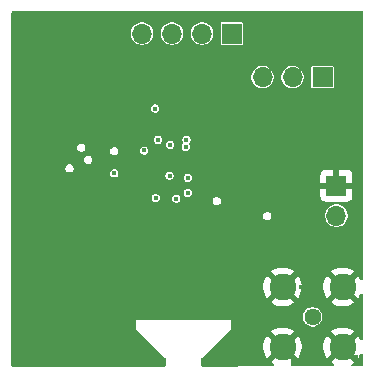
<source format=gbr>
%TF.GenerationSoftware,KiCad,Pcbnew,9.0.4*%
%TF.CreationDate,2025-08-31T12:09:40+02:00*%
%TF.ProjectId,CYW43439,43595734-3334-4333-992e-6b696361645f,rev?*%
%TF.SameCoordinates,Original*%
%TF.FileFunction,Copper,L2,Inr*%
%TF.FilePolarity,Positive*%
%FSLAX46Y46*%
G04 Gerber Fmt 4.6, Leading zero omitted, Abs format (unit mm)*
G04 Created by KiCad (PCBNEW 9.0.4) date 2025-08-31 12:09:40*
%MOMM*%
%LPD*%
G01*
G04 APERTURE LIST*
%TA.AperFunction,ComponentPad*%
%ADD10R,1.700000X1.700000*%
%TD*%
%TA.AperFunction,ComponentPad*%
%ADD11O,1.700000X1.700000*%
%TD*%
%TA.AperFunction,ComponentPad*%
%ADD12C,1.440000*%
%TD*%
%TA.AperFunction,ComponentPad*%
%ADD13C,2.250000*%
%TD*%
%TA.AperFunction,ViaPad*%
%ADD14C,0.400000*%
%TD*%
G04 APERTURE END LIST*
D10*
%TO.N,GND*%
%TO.C,J3*%
X153300000Y-96975000D03*
D11*
%TO.N,+3.3V*%
X153300000Y-99515000D03*
%TD*%
D10*
%TO.N,WL_CLK*%
%TO.C,J2*%
X144450000Y-84100000D03*
D11*
%TO.N,WL_D*%
X141910000Y-84100000D03*
%TO.N,WL_CS*%
X139370000Y-84100000D03*
%TO.N,WL_ON*%
X136830000Y-84100000D03*
%TD*%
D10*
%TO.N,WL_GPIO2*%
%TO.C,J1*%
X152125000Y-87800000D03*
D11*
%TO.N,WL_GPIO0*%
X149585000Y-87800000D03*
%TO.N,WL_GPIO1*%
X147045000Y-87800000D03*
%TD*%
D12*
%TO.N,Net-(J4-In)*%
%TO.C,J4*%
X151290000Y-108085000D03*
D13*
%TO.N,GND*%
X148750000Y-105545000D03*
X148750000Y-110625000D03*
X153830000Y-105545000D03*
X153830000Y-110625000D03*
%TD*%
D14*
%TO.N,GND*%
X147800000Y-93500000D03*
X149675000Y-85275000D03*
X146225000Y-109250000D03*
X144700000Y-102625000D03*
X150300000Y-92550000D03*
X142350000Y-88450000D03*
X149120000Y-102820000D03*
X132575000Y-111825000D03*
X144725000Y-109300000D03*
X154925000Y-111450000D03*
X145575000Y-103725000D03*
X145150000Y-107250000D03*
X145300000Y-98150000D03*
X137250000Y-98050000D03*
X126100000Y-99075000D03*
X146125000Y-104300000D03*
X135575000Y-86400000D03*
X133475000Y-89925000D03*
X126425000Y-107275000D03*
X141900000Y-100750000D03*
X150760000Y-106375000D03*
X139700000Y-99000000D03*
X138500000Y-102200000D03*
X139900000Y-102200000D03*
X144075000Y-109925000D03*
X134925000Y-96600000D03*
X137050000Y-108025000D03*
X141000000Y-99300000D03*
X135975000Y-97970000D03*
X149770000Y-103470000D03*
X145500000Y-110050000D03*
X134100000Y-94500000D03*
X154925000Y-106900000D03*
X134925000Y-98780000D03*
X148540000Y-102210000D03*
X144700000Y-108675000D03*
X142325000Y-86700000D03*
X139240000Y-88550000D03*
X126175000Y-94600000D03*
X143690000Y-111870000D03*
X144320000Y-111230000D03*
X143275000Y-103350000D03*
X143225000Y-100350000D03*
X154875000Y-102875000D03*
X137075000Y-110450000D03*
X150275000Y-102025000D03*
X141900000Y-99650000D03*
X142900000Y-111100000D03*
X151800000Y-105500000D03*
X140368753Y-108019975D03*
X134090000Y-95050000D03*
X155175000Y-90275000D03*
X147800000Y-94650000D03*
X138000000Y-101800000D03*
X143275000Y-102000000D03*
X144075000Y-94975000D03*
X128925000Y-99175000D03*
X140175000Y-104950000D03*
X127075000Y-95500000D03*
X144675000Y-104475000D03*
X135625000Y-96600000D03*
X126425000Y-102700000D03*
X143475000Y-110500000D03*
X145000000Y-90150000D03*
X138000000Y-101200000D03*
X143525000Y-108025000D03*
X146350000Y-106300000D03*
X133275000Y-102025000D03*
X133450000Y-94500000D03*
X138000000Y-100000000D03*
X130775000Y-98400000D03*
X145425000Y-102625000D03*
X130675000Y-86500000D03*
X140300000Y-99300000D03*
X142300000Y-92800000D03*
X145075000Y-103225000D03*
X137025000Y-98775000D03*
X144250000Y-93475000D03*
X136000000Y-108675000D03*
X139200000Y-102200000D03*
X143800000Y-88300000D03*
X139230000Y-86775000D03*
X144125000Y-103975000D03*
X146350000Y-108125000D03*
X141425000Y-108025000D03*
X139200000Y-96700000D03*
X146350000Y-105350000D03*
X150875000Y-90000000D03*
X151090000Y-104760000D03*
X144675000Y-108025000D03*
X135975000Y-109350000D03*
X147750000Y-102950000D03*
X134950000Y-95050000D03*
X149200000Y-91825000D03*
X147890000Y-101580000D03*
X126350000Y-86450000D03*
X142600000Y-99675000D03*
X138025000Y-86975000D03*
X141150000Y-88425000D03*
X149625000Y-111950000D03*
X144900000Y-110650000D03*
X150340000Y-105575000D03*
X144500000Y-101275000D03*
X146350000Y-107225000D03*
X140975000Y-94100000D03*
X143275000Y-102650000D03*
X138150000Y-108025000D03*
X131850000Y-89900000D03*
X146225000Y-102625000D03*
X145150000Y-105375000D03*
X141800000Y-94900000D03*
X141150000Y-86775000D03*
X155200000Y-95200000D03*
X146050000Y-101275000D03*
X142425000Y-108025000D03*
X138000000Y-100600000D03*
X133825000Y-97300000D03*
X136475000Y-109925000D03*
X126225000Y-90475000D03*
X148425000Y-103625000D03*
X126500000Y-111700000D03*
X141300000Y-102200000D03*
X141900000Y-101900000D03*
X150250000Y-94875000D03*
X137675000Y-111075000D03*
X141900000Y-101350000D03*
X136000000Y-108025000D03*
X143750000Y-100850000D03*
X145375000Y-95800000D03*
X143150000Y-93475000D03*
X151820000Y-106375000D03*
X143900000Y-86700000D03*
X139275000Y-108025000D03*
X134925000Y-97970000D03*
X140600000Y-102200000D03*
X147000000Y-102625000D03*
X147200000Y-98175000D03*
X150430000Y-104110000D03*
X145275000Y-101275000D03*
X143275000Y-103975000D03*
X146925000Y-101250000D03*
X145150000Y-106325000D03*
X138300000Y-99000000D03*
X131175000Y-107075000D03*
X155225000Y-99950000D03*
X142550000Y-101325000D03*
%TO.N,WL_GPIO2*%
X139175000Y-96125000D03*
X140725000Y-96300000D03*
%TO.N,WL_GPIO1*%
X140600000Y-93075000D03*
X138200000Y-93091608D03*
%TO.N,WL_GPIO0*%
X139220000Y-93510000D03*
X140550000Y-93700000D03*
%TO.N,VOUT_3P3*%
X134500000Y-95925000D03*
X137025000Y-94000000D03*
X140710000Y-97590000D03*
%TO.N,VDDBAT*%
X137950000Y-90450000D03*
%TO.N,Net-(U1-BTFM_PLL_VDD)*%
X139750000Y-98075000D03*
X138000000Y-98010000D03*
%TD*%
%TA.AperFunction,Conductor*%
%TO.N,GND*%
G36*
X155517539Y-82220185D02*
G01*
X155563294Y-82272989D01*
X155574500Y-82324500D01*
X155574500Y-104873742D01*
X155554815Y-104940781D01*
X155502011Y-104986536D01*
X155432853Y-104996480D01*
X155369297Y-104967455D01*
X155338834Y-104925212D01*
X155338159Y-104925557D01*
X155219824Y-104693313D01*
X155142148Y-104586403D01*
X155142148Y-104586402D01*
X154584114Y-105144436D01*
X154583260Y-105142374D01*
X154490238Y-105003156D01*
X154371844Y-104884762D01*
X154232626Y-104791740D01*
X154230560Y-104790884D01*
X154788596Y-104232850D01*
X154681686Y-104155175D01*
X154453784Y-104039052D01*
X154453781Y-104039051D01*
X154210523Y-103960013D01*
X153957889Y-103920000D01*
X153702111Y-103920000D01*
X153449476Y-103960013D01*
X153206218Y-104039051D01*
X153206215Y-104039052D01*
X152978310Y-104155177D01*
X152871403Y-104232849D01*
X152871402Y-104232850D01*
X153429437Y-104790885D01*
X153427374Y-104791740D01*
X153288156Y-104884762D01*
X153169762Y-105003156D01*
X153076740Y-105142374D01*
X153075885Y-105144437D01*
X152517850Y-104586402D01*
X152517849Y-104586403D01*
X152440177Y-104693310D01*
X152324052Y-104921215D01*
X152324051Y-104921218D01*
X152245013Y-105164476D01*
X152205000Y-105417110D01*
X152205000Y-105672889D01*
X152245013Y-105925523D01*
X152324051Y-106168781D01*
X152324052Y-106168784D01*
X152440175Y-106396686D01*
X152517850Y-106503595D01*
X152517850Y-106503596D01*
X153075884Y-105945561D01*
X153076740Y-105947626D01*
X153169762Y-106086844D01*
X153288156Y-106205238D01*
X153427374Y-106298260D01*
X153429437Y-106299114D01*
X152871402Y-106857148D01*
X152978313Y-106934824D01*
X153206215Y-107050947D01*
X153206218Y-107050948D01*
X153449476Y-107129986D01*
X153702111Y-107170000D01*
X153957889Y-107170000D01*
X154210523Y-107129986D01*
X154453781Y-107050948D01*
X154453784Y-107050947D01*
X154681685Y-106934825D01*
X154788595Y-106857148D01*
X154788596Y-106857148D01*
X154230562Y-106299114D01*
X154232626Y-106298260D01*
X154371844Y-106205238D01*
X154490238Y-106086844D01*
X154583260Y-105947626D01*
X154584114Y-105945562D01*
X155142148Y-106503596D01*
X155142148Y-106503595D01*
X155219825Y-106396685D01*
X155338159Y-106164443D01*
X155339076Y-106164910D01*
X155379778Y-106114402D01*
X155446072Y-106092336D01*
X155513772Y-106109614D01*
X155561383Y-106160751D01*
X155574500Y-106216257D01*
X155574500Y-109953742D01*
X155554815Y-110020781D01*
X155502011Y-110066536D01*
X155432853Y-110076480D01*
X155369297Y-110047455D01*
X155338834Y-110005212D01*
X155338159Y-110005557D01*
X155219824Y-109773313D01*
X155142148Y-109666403D01*
X155142148Y-109666402D01*
X154584114Y-110224436D01*
X154583260Y-110222374D01*
X154490238Y-110083156D01*
X154371844Y-109964762D01*
X154232626Y-109871740D01*
X154230560Y-109870884D01*
X154788596Y-109312850D01*
X154681686Y-109235175D01*
X154453784Y-109119052D01*
X154453781Y-109119051D01*
X154210523Y-109040013D01*
X153957889Y-109000000D01*
X153702111Y-109000000D01*
X153449476Y-109040013D01*
X153206218Y-109119051D01*
X153206215Y-109119052D01*
X152978310Y-109235177D01*
X152871403Y-109312849D01*
X152871402Y-109312850D01*
X153429437Y-109870885D01*
X153427374Y-109871740D01*
X153288156Y-109964762D01*
X153169762Y-110083156D01*
X153076740Y-110222374D01*
X153075885Y-110224437D01*
X152517850Y-109666402D01*
X152517849Y-109666403D01*
X152440177Y-109773310D01*
X152324052Y-110001215D01*
X152324051Y-110001218D01*
X152245013Y-110244476D01*
X152205000Y-110497110D01*
X152205000Y-110752889D01*
X152245013Y-111005523D01*
X152324051Y-111248781D01*
X152324052Y-111248784D01*
X152440175Y-111476686D01*
X152517850Y-111583595D01*
X152517850Y-111583596D01*
X153075884Y-111025561D01*
X153076740Y-111027626D01*
X153169762Y-111166844D01*
X153288156Y-111285238D01*
X153427374Y-111378260D01*
X153429437Y-111379114D01*
X152871402Y-111937148D01*
X152978313Y-112014824D01*
X153037394Y-112044928D01*
X153088190Y-112092903D01*
X153104985Y-112160724D01*
X153082447Y-112226859D01*
X153027732Y-112270310D01*
X152981306Y-112279413D01*
X149587989Y-112285078D01*
X149520917Y-112265505D01*
X149475074Y-112212778D01*
X149465015Y-112143636D01*
X149493934Y-112080032D01*
X149531487Y-112050593D01*
X149601685Y-112014825D01*
X149708595Y-111937148D01*
X149708596Y-111937148D01*
X149150562Y-111379114D01*
X149152626Y-111378260D01*
X149291844Y-111285238D01*
X149410238Y-111166844D01*
X149503260Y-111027626D01*
X149504114Y-111025562D01*
X150062148Y-111583596D01*
X150062148Y-111583595D01*
X150139825Y-111476685D01*
X150255947Y-111248784D01*
X150255948Y-111248781D01*
X150334986Y-111005523D01*
X150375000Y-110752889D01*
X150375000Y-110497110D01*
X150334986Y-110244476D01*
X150255948Y-110001218D01*
X150255947Y-110001215D01*
X150139824Y-109773313D01*
X150062148Y-109666403D01*
X150062148Y-109666402D01*
X149504114Y-110224436D01*
X149503260Y-110222374D01*
X149410238Y-110083156D01*
X149291844Y-109964762D01*
X149152626Y-109871740D01*
X149150560Y-109870884D01*
X149708596Y-109312850D01*
X149601686Y-109235175D01*
X149373784Y-109119052D01*
X149373781Y-109119051D01*
X149130523Y-109040013D01*
X148877889Y-109000000D01*
X148622111Y-109000000D01*
X148369476Y-109040013D01*
X148126218Y-109119051D01*
X148126215Y-109119052D01*
X147898310Y-109235177D01*
X147791403Y-109312849D01*
X147791402Y-109312850D01*
X148349437Y-109870885D01*
X148347374Y-109871740D01*
X148208156Y-109964762D01*
X148089762Y-110083156D01*
X147996740Y-110222374D01*
X147995885Y-110224437D01*
X147437850Y-109666402D01*
X147437849Y-109666403D01*
X147360177Y-109773310D01*
X147244052Y-110001215D01*
X147244051Y-110001218D01*
X147165013Y-110244476D01*
X147125000Y-110497110D01*
X147125000Y-110752889D01*
X147165013Y-111005523D01*
X147244051Y-111248781D01*
X147244052Y-111248784D01*
X147360175Y-111476686D01*
X147437850Y-111583595D01*
X147437850Y-111583596D01*
X147995884Y-111025561D01*
X147996740Y-111027626D01*
X148089762Y-111166844D01*
X148208156Y-111285238D01*
X148347374Y-111378260D01*
X148349437Y-111379114D01*
X147791402Y-111937148D01*
X147898313Y-112014824D01*
X147973984Y-112053381D01*
X148024780Y-112101356D01*
X148041575Y-112169177D01*
X148019037Y-112235312D01*
X147964322Y-112278763D01*
X147917896Y-112287866D01*
X141974204Y-112297788D01*
X141907132Y-112278215D01*
X141861289Y-112225488D01*
X141849997Y-112173790D01*
X141849999Y-111626359D01*
X141869684Y-111559322D01*
X141886313Y-111538686D01*
X144350000Y-109075000D01*
X144350000Y-108325000D01*
X136350000Y-108325000D01*
X136350000Y-109075000D01*
X138813681Y-111538681D01*
X138847166Y-111600004D01*
X138850000Y-111626361D01*
X138850004Y-112175499D01*
X138830320Y-112242539D01*
X138777516Y-112288294D01*
X138726004Y-112299500D01*
X125899500Y-112299500D01*
X125832461Y-112279815D01*
X125786706Y-112227011D01*
X125775500Y-112175500D01*
X125775500Y-108004183D01*
X150469500Y-108004183D01*
X150469500Y-108165816D01*
X150501029Y-108324323D01*
X150501031Y-108324331D01*
X150562880Y-108473649D01*
X150562885Y-108473658D01*
X150652675Y-108608037D01*
X150652678Y-108608041D01*
X150766958Y-108722321D01*
X150766962Y-108722324D01*
X150901341Y-108812114D01*
X150901347Y-108812117D01*
X150901348Y-108812118D01*
X151050669Y-108873969D01*
X151209183Y-108905499D01*
X151209187Y-108905500D01*
X151209188Y-108905500D01*
X151370813Y-108905500D01*
X151370814Y-108905499D01*
X151529331Y-108873969D01*
X151678652Y-108812118D01*
X151813038Y-108722324D01*
X151927324Y-108608038D01*
X152017118Y-108473652D01*
X152078969Y-108324331D01*
X152110500Y-108165812D01*
X152110500Y-108004188D01*
X152078969Y-107845669D01*
X152017118Y-107696348D01*
X152017117Y-107696347D01*
X152017114Y-107696341D01*
X151927324Y-107561962D01*
X151927321Y-107561958D01*
X151813041Y-107447678D01*
X151813037Y-107447675D01*
X151678658Y-107357885D01*
X151678649Y-107357880D01*
X151529331Y-107296031D01*
X151529323Y-107296029D01*
X151370816Y-107264500D01*
X151370812Y-107264500D01*
X151209188Y-107264500D01*
X151209183Y-107264500D01*
X151050676Y-107296029D01*
X151050668Y-107296031D01*
X150901350Y-107357880D01*
X150901341Y-107357885D01*
X150766962Y-107447675D01*
X150766958Y-107447678D01*
X150652678Y-107561958D01*
X150652675Y-107561962D01*
X150562885Y-107696341D01*
X150562880Y-107696350D01*
X150501031Y-107845668D01*
X150501029Y-107845676D01*
X150469500Y-108004183D01*
X125775500Y-108004183D01*
X125775500Y-105417110D01*
X147125000Y-105417110D01*
X147125000Y-105672889D01*
X147165013Y-105925523D01*
X147244051Y-106168781D01*
X147244052Y-106168784D01*
X147360175Y-106396686D01*
X147437850Y-106503595D01*
X147437850Y-106503596D01*
X147995884Y-105945561D01*
X147996740Y-105947626D01*
X148089762Y-106086844D01*
X148208156Y-106205238D01*
X148347374Y-106298260D01*
X148349437Y-106299114D01*
X147791402Y-106857148D01*
X147898313Y-106934824D01*
X148126215Y-107050947D01*
X148126218Y-107050948D01*
X148369476Y-107129986D01*
X148622111Y-107170000D01*
X148877889Y-107170000D01*
X149130523Y-107129986D01*
X149373781Y-107050948D01*
X149373784Y-107050947D01*
X149601685Y-106934825D01*
X149708595Y-106857148D01*
X149708596Y-106857148D01*
X149150562Y-106299114D01*
X149152626Y-106298260D01*
X149291844Y-106205238D01*
X149410238Y-106086844D01*
X149503260Y-105947626D01*
X149504114Y-105945562D01*
X150062148Y-106503596D01*
X150062148Y-106503595D01*
X150139825Y-106396685D01*
X150255947Y-106168784D01*
X150255948Y-106168781D01*
X150334986Y-105925523D01*
X150375000Y-105672889D01*
X150375000Y-105417110D01*
X150334986Y-105164476D01*
X150255948Y-104921218D01*
X150255947Y-104921215D01*
X150139824Y-104693313D01*
X150062148Y-104586403D01*
X150062148Y-104586402D01*
X149504114Y-105144436D01*
X149503260Y-105142374D01*
X149410238Y-105003156D01*
X149291844Y-104884762D01*
X149152626Y-104791740D01*
X149150560Y-104790884D01*
X149708596Y-104232850D01*
X149601686Y-104155175D01*
X149373784Y-104039052D01*
X149373781Y-104039051D01*
X149130523Y-103960013D01*
X148877889Y-103920000D01*
X148622111Y-103920000D01*
X148369476Y-103960013D01*
X148126218Y-104039051D01*
X148126215Y-104039052D01*
X147898310Y-104155177D01*
X147791403Y-104232849D01*
X147791402Y-104232850D01*
X148349437Y-104790885D01*
X148347374Y-104791740D01*
X148208156Y-104884762D01*
X148089762Y-105003156D01*
X147996740Y-105142374D01*
X147995885Y-105144437D01*
X147437850Y-104586402D01*
X147437849Y-104586403D01*
X147360177Y-104693310D01*
X147244052Y-104921215D01*
X147244051Y-104921218D01*
X147165013Y-105164476D01*
X147125000Y-105417110D01*
X125775500Y-105417110D01*
X125775500Y-99503856D01*
X147099500Y-99503856D01*
X147099500Y-99596143D01*
X147123387Y-99685290D01*
X147123388Y-99685293D01*
X147169526Y-99765205D01*
X147169529Y-99765209D01*
X147169531Y-99765212D01*
X147234788Y-99830469D01*
X147234791Y-99830470D01*
X147234794Y-99830473D01*
X147314706Y-99876611D01*
X147314707Y-99876611D01*
X147314712Y-99876614D01*
X147403856Y-99900500D01*
X147403858Y-99900500D01*
X147496142Y-99900500D01*
X147496144Y-99900500D01*
X147585288Y-99876614D01*
X147665212Y-99830469D01*
X147730469Y-99765212D01*
X147776614Y-99685288D01*
X147800500Y-99596144D01*
X147800500Y-99503856D01*
X147776614Y-99414712D01*
X147776611Y-99414706D01*
X147730473Y-99334794D01*
X147730470Y-99334791D01*
X147730469Y-99334788D01*
X147665212Y-99269531D01*
X147665209Y-99269529D01*
X147665205Y-99269526D01*
X147585293Y-99223388D01*
X147585290Y-99223387D01*
X147585289Y-99223386D01*
X147585288Y-99223386D01*
X147496144Y-99199500D01*
X147403856Y-99199500D01*
X147314712Y-99223386D01*
X147314711Y-99223386D01*
X147314709Y-99223387D01*
X147314706Y-99223388D01*
X147234794Y-99269526D01*
X147234785Y-99269533D01*
X147169533Y-99334785D01*
X147169526Y-99334794D01*
X147123388Y-99414706D01*
X147123387Y-99414709D01*
X147099500Y-99503856D01*
X125775500Y-99503856D01*
X125775500Y-97963856D01*
X137649500Y-97963856D01*
X137649500Y-98056144D01*
X137672463Y-98141845D01*
X137673387Y-98145290D01*
X137673388Y-98145293D01*
X137719526Y-98225205D01*
X137719529Y-98225209D01*
X137719531Y-98225212D01*
X137784788Y-98290469D01*
X137784791Y-98290470D01*
X137784794Y-98290473D01*
X137864706Y-98336611D01*
X137864707Y-98336611D01*
X137864712Y-98336614D01*
X137953856Y-98360500D01*
X137953858Y-98360500D01*
X138046142Y-98360500D01*
X138046144Y-98360500D01*
X138135288Y-98336614D01*
X138215212Y-98290469D01*
X138280469Y-98225212D01*
X138326614Y-98145288D01*
X138350500Y-98056144D01*
X138350500Y-98028856D01*
X139399500Y-98028856D01*
X139399500Y-98121144D01*
X139418155Y-98190767D01*
X139423387Y-98210290D01*
X139423388Y-98210293D01*
X139469526Y-98290205D01*
X139469529Y-98290209D01*
X139469531Y-98290212D01*
X139534788Y-98355469D01*
X139534791Y-98355470D01*
X139534794Y-98355473D01*
X139614706Y-98401611D01*
X139614707Y-98401611D01*
X139614712Y-98401614D01*
X139703856Y-98425500D01*
X139703858Y-98425500D01*
X139796142Y-98425500D01*
X139796144Y-98425500D01*
X139885288Y-98401614D01*
X139965212Y-98355469D01*
X140030469Y-98290212D01*
X140064662Y-98230989D01*
X142822367Y-98230989D01*
X142822367Y-98323277D01*
X142843357Y-98401614D01*
X142846254Y-98412423D01*
X142846255Y-98412426D01*
X142892393Y-98492338D01*
X142892396Y-98492342D01*
X142892398Y-98492345D01*
X142957655Y-98557602D01*
X142957658Y-98557603D01*
X142957661Y-98557606D01*
X143037573Y-98603744D01*
X143037574Y-98603744D01*
X143037579Y-98603747D01*
X143126723Y-98627633D01*
X143126725Y-98627633D01*
X143219009Y-98627633D01*
X143219011Y-98627633D01*
X143308155Y-98603747D01*
X143388079Y-98557602D01*
X143453336Y-98492345D01*
X143499481Y-98412421D01*
X143523367Y-98323277D01*
X143523367Y-98230989D01*
X143499481Y-98141845D01*
X143499478Y-98141839D01*
X143453340Y-98061927D01*
X143453337Y-98061924D01*
X143453336Y-98061921D01*
X143388079Y-97996664D01*
X143388076Y-97996662D01*
X143388072Y-97996659D01*
X143308160Y-97950521D01*
X143308157Y-97950520D01*
X143308156Y-97950519D01*
X143308155Y-97950519D01*
X143219011Y-97926633D01*
X143126723Y-97926633D01*
X143037579Y-97950519D01*
X143037578Y-97950519D01*
X143037576Y-97950520D01*
X143037573Y-97950521D01*
X142957661Y-97996659D01*
X142957652Y-97996666D01*
X142892400Y-98061918D01*
X142892393Y-98061927D01*
X142846255Y-98141839D01*
X142846254Y-98141842D01*
X142846253Y-98141844D01*
X142846253Y-98141845D01*
X142822367Y-98230989D01*
X140064662Y-98230989D01*
X140076614Y-98210288D01*
X140100500Y-98121144D01*
X140100500Y-98028856D01*
X140076614Y-97939712D01*
X140076611Y-97939706D01*
X140030473Y-97859794D01*
X140030470Y-97859791D01*
X140030469Y-97859788D01*
X139965212Y-97794531D01*
X139965209Y-97794529D01*
X139965205Y-97794526D01*
X139885293Y-97748388D01*
X139885290Y-97748387D01*
X139885289Y-97748386D01*
X139885288Y-97748386D01*
X139796144Y-97724500D01*
X139703856Y-97724500D01*
X139614712Y-97748386D01*
X139614711Y-97748386D01*
X139614709Y-97748387D01*
X139614706Y-97748388D01*
X139534794Y-97794526D01*
X139534785Y-97794533D01*
X139469533Y-97859785D01*
X139469526Y-97859794D01*
X139423388Y-97939706D01*
X139423387Y-97939709D01*
X139423386Y-97939711D01*
X139423386Y-97939712D01*
X139399500Y-98028856D01*
X138350500Y-98028856D01*
X138350500Y-97963856D01*
X138326614Y-97874712D01*
X138326611Y-97874706D01*
X138280473Y-97794794D01*
X138280470Y-97794791D01*
X138280469Y-97794788D01*
X138215212Y-97729531D01*
X138215209Y-97729529D01*
X138215205Y-97729526D01*
X138135293Y-97683388D01*
X138135290Y-97683387D01*
X138135289Y-97683386D01*
X138135288Y-97683386D01*
X138046144Y-97659500D01*
X137953856Y-97659500D01*
X137864712Y-97683386D01*
X137864711Y-97683386D01*
X137864709Y-97683387D01*
X137864706Y-97683388D01*
X137784794Y-97729526D01*
X137784785Y-97729533D01*
X137719533Y-97794785D01*
X137719526Y-97794794D01*
X137673388Y-97874706D01*
X137673387Y-97874709D01*
X137673386Y-97874711D01*
X137673386Y-97874712D01*
X137649500Y-97963856D01*
X125775500Y-97963856D01*
X125775500Y-97543856D01*
X140359500Y-97543856D01*
X140359500Y-97636144D01*
X140372158Y-97683386D01*
X140383387Y-97725290D01*
X140383388Y-97725293D01*
X140429526Y-97805205D01*
X140429529Y-97805209D01*
X140429531Y-97805212D01*
X140494788Y-97870469D01*
X140494791Y-97870470D01*
X140494794Y-97870473D01*
X140574706Y-97916611D01*
X140574707Y-97916611D01*
X140574712Y-97916614D01*
X140663856Y-97940500D01*
X140663858Y-97940500D01*
X140756142Y-97940500D01*
X140756144Y-97940500D01*
X140845288Y-97916614D01*
X140925212Y-97870469D01*
X140990469Y-97805212D01*
X141036614Y-97725288D01*
X141060500Y-97636144D01*
X141060500Y-97543856D01*
X141036614Y-97454712D01*
X140990649Y-97375099D01*
X140990473Y-97374794D01*
X140990470Y-97374791D01*
X140990469Y-97374788D01*
X140925212Y-97309531D01*
X140907075Y-97299059D01*
X140875840Y-97281025D01*
X140875839Y-97281025D01*
X140845288Y-97263386D01*
X140756144Y-97239500D01*
X140663856Y-97239500D01*
X140574712Y-97263386D01*
X140574711Y-97263386D01*
X140574709Y-97263387D01*
X140574706Y-97263388D01*
X140494794Y-97309526D01*
X140494785Y-97309533D01*
X140429533Y-97374785D01*
X140429526Y-97374794D01*
X140383388Y-97454706D01*
X140383387Y-97454709D01*
X140383386Y-97454711D01*
X140383386Y-97454712D01*
X140359500Y-97543856D01*
X125775500Y-97543856D01*
X125775500Y-95878856D01*
X134149500Y-95878856D01*
X134149500Y-95971144D01*
X134167584Y-96038635D01*
X134173387Y-96060290D01*
X134173388Y-96060293D01*
X134219526Y-96140205D01*
X134219529Y-96140209D01*
X134219531Y-96140212D01*
X134284788Y-96205469D01*
X134284791Y-96205470D01*
X134284794Y-96205473D01*
X134364706Y-96251611D01*
X134364707Y-96251611D01*
X134364712Y-96251614D01*
X134453856Y-96275500D01*
X134453858Y-96275500D01*
X134546142Y-96275500D01*
X134546144Y-96275500D01*
X134635288Y-96251614D01*
X134715212Y-96205469D01*
X134780469Y-96140212D01*
X134815894Y-96078856D01*
X138824500Y-96078856D01*
X138824500Y-96171144D01*
X138846663Y-96253858D01*
X138848387Y-96260290D01*
X138848388Y-96260293D01*
X138894526Y-96340205D01*
X138894529Y-96340209D01*
X138894531Y-96340212D01*
X138959788Y-96405469D01*
X138959791Y-96405470D01*
X138959794Y-96405473D01*
X139039706Y-96451611D01*
X139039707Y-96451611D01*
X139039712Y-96451614D01*
X139128856Y-96475500D01*
X139128858Y-96475500D01*
X139221142Y-96475500D01*
X139221144Y-96475500D01*
X139310288Y-96451614D01*
X139390212Y-96405469D01*
X139455469Y-96340212D01*
X139501614Y-96260288D01*
X139503337Y-96253856D01*
X140374500Y-96253856D01*
X140374500Y-96346144D01*
X140390397Y-96405473D01*
X140398387Y-96435290D01*
X140398388Y-96435293D01*
X140444526Y-96515205D01*
X140444529Y-96515209D01*
X140444531Y-96515212D01*
X140509788Y-96580469D01*
X140509791Y-96580470D01*
X140509794Y-96580473D01*
X140589706Y-96626611D01*
X140589707Y-96626611D01*
X140589712Y-96626614D01*
X140678856Y-96650500D01*
X140678858Y-96650500D01*
X140771142Y-96650500D01*
X140771144Y-96650500D01*
X140860288Y-96626614D01*
X140940212Y-96580469D01*
X141005469Y-96515212D01*
X141051614Y-96435288D01*
X141075500Y-96346144D01*
X141075500Y-96253856D01*
X141051614Y-96164712D01*
X141051613Y-96164711D01*
X141051613Y-96164709D01*
X141034952Y-96135853D01*
X141034951Y-96135852D01*
X141005469Y-96084788D01*
X140997836Y-96077155D01*
X151950000Y-96077155D01*
X151950000Y-96725000D01*
X152866988Y-96725000D01*
X152834075Y-96782007D01*
X152800000Y-96909174D01*
X152800000Y-97040826D01*
X152834075Y-97167993D01*
X152866988Y-97225000D01*
X151950000Y-97225000D01*
X151950000Y-97872844D01*
X151956401Y-97932372D01*
X151956403Y-97932379D01*
X152006645Y-98067086D01*
X152006649Y-98067093D01*
X152092809Y-98182187D01*
X152092812Y-98182190D01*
X152207906Y-98268350D01*
X152207913Y-98268354D01*
X152342620Y-98318596D01*
X152342627Y-98318598D01*
X152402155Y-98324999D01*
X152402172Y-98325000D01*
X153151438Y-98325000D01*
X153218477Y-98344685D01*
X153264232Y-98397489D01*
X153274176Y-98466647D01*
X153245151Y-98530203D01*
X153186373Y-98567977D01*
X153175629Y-98570617D01*
X153022756Y-98601025D01*
X153022748Y-98601027D01*
X152849771Y-98672676D01*
X152849762Y-98672681D01*
X152694092Y-98776697D01*
X152694088Y-98776700D01*
X152561700Y-98909088D01*
X152561697Y-98909092D01*
X152457681Y-99064762D01*
X152457676Y-99064771D01*
X152386027Y-99237748D01*
X152386025Y-99237756D01*
X152349500Y-99421379D01*
X152349500Y-99608620D01*
X152386025Y-99792243D01*
X152386027Y-99792251D01*
X152457676Y-99965228D01*
X152457681Y-99965237D01*
X152561697Y-100120907D01*
X152561700Y-100120911D01*
X152694088Y-100253299D01*
X152694092Y-100253302D01*
X152849762Y-100357318D01*
X152849768Y-100357321D01*
X152849769Y-100357322D01*
X153022749Y-100428973D01*
X153206379Y-100465499D01*
X153206383Y-100465500D01*
X153206384Y-100465500D01*
X153393617Y-100465500D01*
X153393618Y-100465499D01*
X153577251Y-100428973D01*
X153750231Y-100357322D01*
X153905908Y-100253302D01*
X154038302Y-100120908D01*
X154142322Y-99965231D01*
X154213973Y-99792251D01*
X154250500Y-99608616D01*
X154250500Y-99421384D01*
X154213973Y-99237749D01*
X154142322Y-99064769D01*
X154142321Y-99064768D01*
X154142318Y-99064762D01*
X154038302Y-98909092D01*
X154038299Y-98909088D01*
X153905911Y-98776700D01*
X153905907Y-98776697D01*
X153750237Y-98672681D01*
X153750228Y-98672676D01*
X153577251Y-98601027D01*
X153577243Y-98601025D01*
X153424371Y-98570617D01*
X153362460Y-98538232D01*
X153327886Y-98477517D01*
X153331625Y-98407747D01*
X153372491Y-98351075D01*
X153437510Y-98325494D01*
X153448562Y-98325000D01*
X154197828Y-98325000D01*
X154197844Y-98324999D01*
X154257372Y-98318598D01*
X154257379Y-98318596D01*
X154392086Y-98268354D01*
X154392093Y-98268350D01*
X154507187Y-98182190D01*
X154507190Y-98182187D01*
X154593350Y-98067093D01*
X154593354Y-98067086D01*
X154643596Y-97932379D01*
X154643598Y-97932372D01*
X154649999Y-97872844D01*
X154650000Y-97872827D01*
X154650000Y-97225000D01*
X153733012Y-97225000D01*
X153765925Y-97167993D01*
X153800000Y-97040826D01*
X153800000Y-96909174D01*
X153765925Y-96782007D01*
X153733012Y-96725000D01*
X154650000Y-96725000D01*
X154650000Y-96077172D01*
X154649999Y-96077155D01*
X154643598Y-96017627D01*
X154643596Y-96017620D01*
X154593354Y-95882913D01*
X154593350Y-95882906D01*
X154507190Y-95767812D01*
X154507187Y-95767809D01*
X154392093Y-95681649D01*
X154392086Y-95681645D01*
X154257379Y-95631403D01*
X154257372Y-95631401D01*
X154197844Y-95625000D01*
X153550000Y-95625000D01*
X153550000Y-96541988D01*
X153492993Y-96509075D01*
X153365826Y-96475000D01*
X153234174Y-96475000D01*
X153107007Y-96509075D01*
X153050000Y-96541988D01*
X153050000Y-95625000D01*
X152402155Y-95625000D01*
X152342627Y-95631401D01*
X152342620Y-95631403D01*
X152207913Y-95681645D01*
X152207906Y-95681649D01*
X152092812Y-95767809D01*
X152092809Y-95767812D01*
X152006649Y-95882906D01*
X152006645Y-95882913D01*
X151956403Y-96017620D01*
X151956401Y-96017627D01*
X151950000Y-96077155D01*
X140997836Y-96077155D01*
X140940212Y-96019531D01*
X140940209Y-96019529D01*
X140940205Y-96019526D01*
X140860293Y-95973388D01*
X140860290Y-95973387D01*
X140860289Y-95973386D01*
X140860288Y-95973386D01*
X140771144Y-95949500D01*
X140678856Y-95949500D01*
X140589712Y-95973386D01*
X140589711Y-95973386D01*
X140589709Y-95973387D01*
X140589706Y-95973388D01*
X140509794Y-96019526D01*
X140509785Y-96019533D01*
X140444533Y-96084785D01*
X140444526Y-96084794D01*
X140398388Y-96164706D01*
X140398387Y-96164709D01*
X140398386Y-96164711D01*
X140398386Y-96164712D01*
X140374500Y-96253856D01*
X139503337Y-96253856D01*
X139525500Y-96171144D01*
X139525500Y-96078856D01*
X139501614Y-95989712D01*
X139501611Y-95989706D01*
X139455473Y-95909794D01*
X139455470Y-95909791D01*
X139455469Y-95909788D01*
X139390212Y-95844531D01*
X139390209Y-95844529D01*
X139390205Y-95844526D01*
X139310293Y-95798388D01*
X139310290Y-95798387D01*
X139310289Y-95798386D01*
X139310288Y-95798386D01*
X139221144Y-95774500D01*
X139128856Y-95774500D01*
X139039712Y-95798386D01*
X139039711Y-95798386D01*
X139039709Y-95798387D01*
X139039706Y-95798388D01*
X138959794Y-95844526D01*
X138959785Y-95844533D01*
X138894533Y-95909785D01*
X138894526Y-95909794D01*
X138848388Y-95989706D01*
X138848387Y-95989709D01*
X138848386Y-95989711D01*
X138848386Y-95989712D01*
X138824500Y-96078856D01*
X134815894Y-96078856D01*
X134826614Y-96060288D01*
X134850500Y-95971144D01*
X134850500Y-95878856D01*
X134826614Y-95789712D01*
X134821280Y-95780473D01*
X134780473Y-95709794D01*
X134780470Y-95709791D01*
X134780469Y-95709788D01*
X134715212Y-95644531D01*
X134715209Y-95644529D01*
X134715205Y-95644526D01*
X134635293Y-95598388D01*
X134635290Y-95598387D01*
X134635289Y-95598386D01*
X134635288Y-95598386D01*
X134546144Y-95574500D01*
X134453856Y-95574500D01*
X134364712Y-95598386D01*
X134364711Y-95598386D01*
X134364709Y-95598387D01*
X134364706Y-95598388D01*
X134284794Y-95644526D01*
X134284785Y-95644533D01*
X134219533Y-95709785D01*
X134219526Y-95709794D01*
X134173388Y-95789706D01*
X134173387Y-95789709D01*
X134173386Y-95789711D01*
X134173386Y-95789712D01*
X134149500Y-95878856D01*
X125775500Y-95878856D01*
X125775500Y-95453856D01*
X130349500Y-95453856D01*
X130349500Y-95546144D01*
X130372344Y-95631401D01*
X130373387Y-95635290D01*
X130373388Y-95635293D01*
X130419526Y-95715205D01*
X130419529Y-95715209D01*
X130419531Y-95715212D01*
X130484788Y-95780469D01*
X130484791Y-95780470D01*
X130484794Y-95780473D01*
X130564706Y-95826611D01*
X130564707Y-95826611D01*
X130564712Y-95826614D01*
X130653856Y-95850500D01*
X130653858Y-95850500D01*
X130746142Y-95850500D01*
X130746144Y-95850500D01*
X130835288Y-95826614D01*
X130915212Y-95780469D01*
X130980469Y-95715212D01*
X131026614Y-95635288D01*
X131050500Y-95546144D01*
X131050500Y-95453856D01*
X131026614Y-95364712D01*
X131026611Y-95364706D01*
X130980473Y-95284794D01*
X130980470Y-95284791D01*
X130980469Y-95284788D01*
X130915212Y-95219531D01*
X130915209Y-95219529D01*
X130915205Y-95219526D01*
X130835293Y-95173388D01*
X130835290Y-95173387D01*
X130835289Y-95173386D01*
X130835288Y-95173386D01*
X130746144Y-95149500D01*
X130653856Y-95149500D01*
X130564712Y-95173386D01*
X130564711Y-95173386D01*
X130564709Y-95173387D01*
X130564706Y-95173388D01*
X130484794Y-95219526D01*
X130484785Y-95219533D01*
X130419533Y-95284785D01*
X130419526Y-95284794D01*
X130373388Y-95364706D01*
X130373387Y-95364709D01*
X130373386Y-95364711D01*
X130373386Y-95364712D01*
X130349500Y-95453856D01*
X125775500Y-95453856D01*
X125775500Y-94735106D01*
X131930750Y-94735106D01*
X131930750Y-94827393D01*
X131954637Y-94916540D01*
X131954638Y-94916543D01*
X132000776Y-94996455D01*
X132000779Y-94996459D01*
X132000781Y-94996462D01*
X132066038Y-95061719D01*
X132066041Y-95061720D01*
X132066044Y-95061723D01*
X132145956Y-95107861D01*
X132145957Y-95107861D01*
X132145962Y-95107864D01*
X132235106Y-95131750D01*
X132235108Y-95131750D01*
X132327392Y-95131750D01*
X132327394Y-95131750D01*
X132416538Y-95107864D01*
X132496462Y-95061719D01*
X132561719Y-94996462D01*
X132607864Y-94916538D01*
X132631750Y-94827394D01*
X132631750Y-94735106D01*
X132607864Y-94645962D01*
X132607861Y-94645956D01*
X132561723Y-94566044D01*
X132561720Y-94566041D01*
X132561719Y-94566038D01*
X132496462Y-94500781D01*
X132496459Y-94500779D01*
X132496455Y-94500776D01*
X132416543Y-94454638D01*
X132416540Y-94454637D01*
X132416539Y-94454636D01*
X132416538Y-94454636D01*
X132327394Y-94430750D01*
X132235106Y-94430750D01*
X132145962Y-94454636D01*
X132145961Y-94454636D01*
X132145959Y-94454637D01*
X132145956Y-94454638D01*
X132066044Y-94500776D01*
X132066035Y-94500783D01*
X132000783Y-94566035D01*
X132000776Y-94566044D01*
X131954638Y-94645956D01*
X131954637Y-94645959D01*
X131930750Y-94735106D01*
X125775500Y-94735106D01*
X125775500Y-93703856D01*
X131349500Y-93703856D01*
X131349500Y-93796144D01*
X131367871Y-93864706D01*
X131373387Y-93885290D01*
X131373388Y-93885293D01*
X131419526Y-93965205D01*
X131419529Y-93965209D01*
X131419531Y-93965212D01*
X131484788Y-94030469D01*
X131484791Y-94030470D01*
X131484794Y-94030473D01*
X131564706Y-94076611D01*
X131564707Y-94076611D01*
X131564712Y-94076614D01*
X131653856Y-94100500D01*
X131653858Y-94100500D01*
X131746142Y-94100500D01*
X131746144Y-94100500D01*
X131835288Y-94076614D01*
X131915212Y-94030469D01*
X131941825Y-94003856D01*
X134149500Y-94003856D01*
X134149500Y-94096143D01*
X134173387Y-94185290D01*
X134173388Y-94185293D01*
X134219526Y-94265205D01*
X134219529Y-94265209D01*
X134219531Y-94265212D01*
X134284788Y-94330469D01*
X134284791Y-94330470D01*
X134284794Y-94330473D01*
X134364706Y-94376611D01*
X134364707Y-94376611D01*
X134364712Y-94376614D01*
X134453856Y-94400500D01*
X134453858Y-94400500D01*
X134546142Y-94400500D01*
X134546144Y-94400500D01*
X134635288Y-94376614D01*
X134715212Y-94330469D01*
X134780469Y-94265212D01*
X134826614Y-94185288D01*
X134850500Y-94096144D01*
X134850500Y-94003856D01*
X134837103Y-93953856D01*
X136674500Y-93953856D01*
X136674500Y-94046144D01*
X136689064Y-94100499D01*
X136698387Y-94135290D01*
X136698388Y-94135293D01*
X136744526Y-94215205D01*
X136744529Y-94215209D01*
X136744531Y-94215212D01*
X136809788Y-94280469D01*
X136809791Y-94280470D01*
X136809794Y-94280473D01*
X136889706Y-94326611D01*
X136889707Y-94326611D01*
X136889712Y-94326614D01*
X136978856Y-94350500D01*
X136978858Y-94350500D01*
X137071142Y-94350500D01*
X137071144Y-94350500D01*
X137160288Y-94326614D01*
X137240212Y-94280469D01*
X137305469Y-94215212D01*
X137351614Y-94135288D01*
X137375500Y-94046144D01*
X137375500Y-93953856D01*
X137351614Y-93864712D01*
X137351611Y-93864706D01*
X137305473Y-93784794D01*
X137305470Y-93784791D01*
X137305469Y-93784788D01*
X137240212Y-93719531D01*
X137240209Y-93719529D01*
X137240205Y-93719526D01*
X137160293Y-93673388D01*
X137160290Y-93673387D01*
X137160289Y-93673386D01*
X137160288Y-93673386D01*
X137071144Y-93649500D01*
X136978856Y-93649500D01*
X136889712Y-93673386D01*
X136889711Y-93673386D01*
X136889709Y-93673387D01*
X136889706Y-93673388D01*
X136809794Y-93719526D01*
X136809785Y-93719533D01*
X136744533Y-93784785D01*
X136744526Y-93784794D01*
X136698388Y-93864706D01*
X136698387Y-93864709D01*
X136698386Y-93864711D01*
X136698386Y-93864712D01*
X136674500Y-93953856D01*
X134837103Y-93953856D01*
X134826614Y-93914712D01*
X134826612Y-93914709D01*
X134826612Y-93914707D01*
X134826611Y-93914706D01*
X134780473Y-93834794D01*
X134780470Y-93834791D01*
X134780469Y-93834788D01*
X134715212Y-93769531D01*
X134715209Y-93769529D01*
X134715205Y-93769526D01*
X134635293Y-93723388D01*
X134635290Y-93723387D01*
X134635289Y-93723386D01*
X134635288Y-93723386D01*
X134546144Y-93699500D01*
X134453856Y-93699500D01*
X134364712Y-93723386D01*
X134364711Y-93723386D01*
X134364709Y-93723387D01*
X134364706Y-93723388D01*
X134284794Y-93769526D01*
X134284785Y-93769533D01*
X134219533Y-93834785D01*
X134219526Y-93834794D01*
X134173388Y-93914706D01*
X134173387Y-93914709D01*
X134173386Y-93914711D01*
X134173386Y-93914712D01*
X134159855Y-93965211D01*
X134149500Y-94003856D01*
X131941825Y-94003856D01*
X131980469Y-93965212D01*
X132026614Y-93885288D01*
X132050500Y-93796144D01*
X132050500Y-93703856D01*
X132026614Y-93614712D01*
X132026611Y-93614706D01*
X131980473Y-93534794D01*
X131980470Y-93534791D01*
X131980469Y-93534788D01*
X131915212Y-93469531D01*
X131915209Y-93469529D01*
X131915205Y-93469526D01*
X131905384Y-93463856D01*
X138869500Y-93463856D01*
X138869500Y-93556144D01*
X138885193Y-93614712D01*
X138893387Y-93645290D01*
X138893388Y-93645293D01*
X138939526Y-93725205D01*
X138939529Y-93725209D01*
X138939531Y-93725212D01*
X139004788Y-93790469D01*
X139004791Y-93790470D01*
X139004794Y-93790473D01*
X139084706Y-93836611D01*
X139084707Y-93836611D01*
X139084712Y-93836614D01*
X139173856Y-93860500D01*
X139173858Y-93860500D01*
X139266142Y-93860500D01*
X139266144Y-93860500D01*
X139355288Y-93836614D01*
X139435212Y-93790469D01*
X139500469Y-93725212D01*
X139541667Y-93653856D01*
X140199500Y-93653856D01*
X140199500Y-93746144D01*
X140223251Y-93834785D01*
X140223387Y-93835290D01*
X140223388Y-93835293D01*
X140269526Y-93915205D01*
X140269529Y-93915209D01*
X140269531Y-93915212D01*
X140334788Y-93980469D01*
X140334791Y-93980470D01*
X140334794Y-93980473D01*
X140414706Y-94026611D01*
X140414707Y-94026611D01*
X140414712Y-94026614D01*
X140503856Y-94050500D01*
X140503858Y-94050500D01*
X140596142Y-94050500D01*
X140596144Y-94050500D01*
X140685288Y-94026614D01*
X140765212Y-93980469D01*
X140830469Y-93915212D01*
X140876614Y-93835288D01*
X140900500Y-93746144D01*
X140900500Y-93653856D01*
X140876614Y-93564712D01*
X140876611Y-93564706D01*
X140826406Y-93477750D01*
X140828892Y-93476314D01*
X140808702Y-93424074D01*
X140822747Y-93355631D01*
X140844590Y-93326090D01*
X140880469Y-93290212D01*
X140926614Y-93210288D01*
X140950500Y-93121144D01*
X140950500Y-93028856D01*
X140926614Y-92939712D01*
X140926611Y-92939706D01*
X140880473Y-92859794D01*
X140880470Y-92859791D01*
X140880469Y-92859788D01*
X140815212Y-92794531D01*
X140815209Y-92794529D01*
X140815205Y-92794526D01*
X140735293Y-92748388D01*
X140735290Y-92748387D01*
X140735289Y-92748386D01*
X140735288Y-92748386D01*
X140646144Y-92724500D01*
X140553856Y-92724500D01*
X140464712Y-92748386D01*
X140464711Y-92748386D01*
X140464709Y-92748387D01*
X140464706Y-92748388D01*
X140384794Y-92794526D01*
X140384785Y-92794533D01*
X140319533Y-92859785D01*
X140319526Y-92859794D01*
X140273388Y-92939706D01*
X140273387Y-92939709D01*
X140273386Y-92939711D01*
X140273386Y-92939712D01*
X140249500Y-93028856D01*
X140249500Y-93121144D01*
X140266178Y-93183388D01*
X140273387Y-93210290D01*
X140273388Y-93210293D01*
X140323594Y-93297250D01*
X140321109Y-93298684D01*
X140341298Y-93350934D01*
X140327248Y-93419376D01*
X140305408Y-93448910D01*
X140269534Y-93484784D01*
X140269526Y-93484794D01*
X140223388Y-93564706D01*
X140223387Y-93564709D01*
X140223386Y-93564711D01*
X140223386Y-93564712D01*
X140199500Y-93653856D01*
X139541667Y-93653856D01*
X139546614Y-93645288D01*
X139570500Y-93556144D01*
X139570500Y-93463856D01*
X139546614Y-93374712D01*
X139546611Y-93374706D01*
X139500473Y-93294794D01*
X139500470Y-93294791D01*
X139500469Y-93294788D01*
X139435212Y-93229531D01*
X139435209Y-93229529D01*
X139435205Y-93229526D01*
X139355293Y-93183388D01*
X139355290Y-93183387D01*
X139355289Y-93183386D01*
X139355288Y-93183386D01*
X139266144Y-93159500D01*
X139173856Y-93159500D01*
X139084712Y-93183386D01*
X139084711Y-93183386D01*
X139084709Y-93183387D01*
X139084706Y-93183388D01*
X139004794Y-93229526D01*
X139004785Y-93229533D01*
X138939533Y-93294785D01*
X138939526Y-93294794D01*
X138893388Y-93374706D01*
X138893387Y-93374709D01*
X138893386Y-93374711D01*
X138893386Y-93374712D01*
X138869500Y-93463856D01*
X131905384Y-93463856D01*
X131835293Y-93423388D01*
X131835290Y-93423387D01*
X131835289Y-93423386D01*
X131835288Y-93423386D01*
X131746144Y-93399500D01*
X131653856Y-93399500D01*
X131564712Y-93423386D01*
X131564711Y-93423386D01*
X131564709Y-93423387D01*
X131564706Y-93423388D01*
X131484794Y-93469526D01*
X131484785Y-93469533D01*
X131419533Y-93534785D01*
X131419526Y-93534794D01*
X131373388Y-93614706D01*
X131373387Y-93614709D01*
X131373386Y-93614711D01*
X131373386Y-93614712D01*
X131349500Y-93703856D01*
X125775500Y-93703856D01*
X125775500Y-93045464D01*
X137849500Y-93045464D01*
X137849500Y-93137752D01*
X137868937Y-93210293D01*
X137873387Y-93226898D01*
X137873388Y-93226901D01*
X137919526Y-93306813D01*
X137919529Y-93306817D01*
X137919531Y-93306820D01*
X137984788Y-93372077D01*
X137984791Y-93372078D01*
X137984794Y-93372081D01*
X138064706Y-93418219D01*
X138064707Y-93418219D01*
X138064712Y-93418222D01*
X138153856Y-93442108D01*
X138153858Y-93442108D01*
X138246142Y-93442108D01*
X138246144Y-93442108D01*
X138335288Y-93418222D01*
X138415212Y-93372077D01*
X138480469Y-93306820D01*
X138526614Y-93226896D01*
X138550500Y-93137752D01*
X138550500Y-93045464D01*
X138526614Y-92956320D01*
X138526611Y-92956314D01*
X138480473Y-92876402D01*
X138480470Y-92876399D01*
X138480469Y-92876396D01*
X138415212Y-92811139D01*
X138415209Y-92811137D01*
X138415205Y-92811134D01*
X138335293Y-92764996D01*
X138335290Y-92764995D01*
X138335289Y-92764994D01*
X138335288Y-92764994D01*
X138246144Y-92741108D01*
X138153856Y-92741108D01*
X138064712Y-92764994D01*
X138064711Y-92764994D01*
X138064709Y-92764995D01*
X138064706Y-92764996D01*
X137984794Y-92811134D01*
X137984785Y-92811141D01*
X137919533Y-92876393D01*
X137919526Y-92876402D01*
X137873388Y-92956314D01*
X137873387Y-92956317D01*
X137873386Y-92956319D01*
X137873386Y-92956320D01*
X137849500Y-93045464D01*
X125775500Y-93045464D01*
X125775500Y-90403856D01*
X137599500Y-90403856D01*
X137599500Y-90496143D01*
X137623387Y-90585290D01*
X137623388Y-90585293D01*
X137669526Y-90665205D01*
X137669529Y-90665209D01*
X137669531Y-90665212D01*
X137734788Y-90730469D01*
X137734791Y-90730470D01*
X137734794Y-90730473D01*
X137814706Y-90776611D01*
X137814707Y-90776611D01*
X137814712Y-90776614D01*
X137903856Y-90800500D01*
X137903858Y-90800500D01*
X137996142Y-90800500D01*
X137996144Y-90800500D01*
X138085288Y-90776614D01*
X138165212Y-90730469D01*
X138230469Y-90665212D01*
X138276614Y-90585288D01*
X138300500Y-90496144D01*
X138300500Y-90403856D01*
X138276614Y-90314712D01*
X138276611Y-90314706D01*
X138230473Y-90234794D01*
X138230470Y-90234791D01*
X138230469Y-90234788D01*
X138165212Y-90169531D01*
X138165209Y-90169529D01*
X138165205Y-90169526D01*
X138085293Y-90123388D01*
X138085290Y-90123387D01*
X138085289Y-90123386D01*
X138085288Y-90123386D01*
X137996144Y-90099500D01*
X137903856Y-90099500D01*
X137814712Y-90123386D01*
X137814711Y-90123386D01*
X137814709Y-90123387D01*
X137814706Y-90123388D01*
X137734794Y-90169526D01*
X137734785Y-90169533D01*
X137669533Y-90234785D01*
X137669526Y-90234794D01*
X137623388Y-90314706D01*
X137623387Y-90314709D01*
X137599500Y-90403856D01*
X125775500Y-90403856D01*
X125775500Y-87706379D01*
X146094500Y-87706379D01*
X146094500Y-87893620D01*
X146131025Y-88077243D01*
X146131027Y-88077251D01*
X146202676Y-88250228D01*
X146202681Y-88250237D01*
X146306697Y-88405907D01*
X146306700Y-88405911D01*
X146439088Y-88538299D01*
X146439092Y-88538302D01*
X146594762Y-88642318D01*
X146594768Y-88642321D01*
X146594769Y-88642322D01*
X146767749Y-88713973D01*
X146951374Y-88750498D01*
X146951379Y-88750499D01*
X146951383Y-88750500D01*
X146951384Y-88750500D01*
X147138617Y-88750500D01*
X147138618Y-88750499D01*
X147322251Y-88713973D01*
X147495231Y-88642322D01*
X147650908Y-88538302D01*
X147783302Y-88405908D01*
X147887322Y-88250231D01*
X147958973Y-88077251D01*
X147995500Y-87893616D01*
X147995500Y-87706384D01*
X147995499Y-87706379D01*
X148634500Y-87706379D01*
X148634500Y-87893620D01*
X148671025Y-88077243D01*
X148671027Y-88077251D01*
X148742676Y-88250228D01*
X148742681Y-88250237D01*
X148846697Y-88405907D01*
X148846700Y-88405911D01*
X148979088Y-88538299D01*
X148979092Y-88538302D01*
X149134762Y-88642318D01*
X149134768Y-88642321D01*
X149134769Y-88642322D01*
X149307749Y-88713973D01*
X149491374Y-88750498D01*
X149491379Y-88750499D01*
X149491383Y-88750500D01*
X149491384Y-88750500D01*
X149678617Y-88750500D01*
X149678618Y-88750499D01*
X149862251Y-88713973D01*
X150035231Y-88642322D01*
X150190908Y-88538302D01*
X150323302Y-88405908D01*
X150427322Y-88250231D01*
X150498973Y-88077251D01*
X150535500Y-87893616D01*
X150535500Y-87706384D01*
X150498973Y-87522749D01*
X150427322Y-87349769D01*
X150427321Y-87349768D01*
X150427318Y-87349762D01*
X150323302Y-87194092D01*
X150323299Y-87194088D01*
X150190911Y-87061700D01*
X150190907Y-87061697D01*
X150154112Y-87037111D01*
X150035237Y-86957681D01*
X150035228Y-86957676D01*
X149992791Y-86940098D01*
X151174500Y-86940098D01*
X151174500Y-88659894D01*
X151174501Y-88659902D01*
X151180330Y-88689212D01*
X151202542Y-88722457D01*
X151219219Y-88733599D01*
X151235787Y-88744669D01*
X151235790Y-88744669D01*
X151235791Y-88744670D01*
X151245647Y-88746630D01*
X151265101Y-88750500D01*
X152984898Y-88750499D01*
X153014213Y-88744669D01*
X153047457Y-88722457D01*
X153069669Y-88689213D01*
X153075500Y-88659899D01*
X153075499Y-86940102D01*
X153069669Y-86910787D01*
X153053126Y-86886027D01*
X153047457Y-86877542D01*
X153014214Y-86855332D01*
X153014215Y-86855332D01*
X153014213Y-86855331D01*
X153014211Y-86855330D01*
X153014208Y-86855329D01*
X152984901Y-86849500D01*
X151265105Y-86849500D01*
X151265097Y-86849501D01*
X151235787Y-86855330D01*
X151202542Y-86877542D01*
X151180332Y-86910785D01*
X151180329Y-86910791D01*
X151174500Y-86940098D01*
X149992791Y-86940098D01*
X149862251Y-86886027D01*
X149862243Y-86886025D01*
X149678620Y-86849500D01*
X149678616Y-86849500D01*
X149491384Y-86849500D01*
X149491379Y-86849500D01*
X149307756Y-86886025D01*
X149307748Y-86886027D01*
X149134771Y-86957676D01*
X149134762Y-86957681D01*
X148979092Y-87061697D01*
X148979088Y-87061700D01*
X148846700Y-87194088D01*
X148846697Y-87194092D01*
X148742681Y-87349762D01*
X148742676Y-87349771D01*
X148671027Y-87522748D01*
X148671025Y-87522756D01*
X148634500Y-87706379D01*
X147995499Y-87706379D01*
X147958973Y-87522749D01*
X147887322Y-87349769D01*
X147887321Y-87349768D01*
X147887318Y-87349762D01*
X147783302Y-87194092D01*
X147783299Y-87194088D01*
X147650911Y-87061700D01*
X147650907Y-87061697D01*
X147495237Y-86957681D01*
X147495228Y-86957676D01*
X147322251Y-86886027D01*
X147322243Y-86886025D01*
X147138620Y-86849500D01*
X147138616Y-86849500D01*
X146951384Y-86849500D01*
X146951379Y-86849500D01*
X146767756Y-86886025D01*
X146767748Y-86886027D01*
X146594771Y-86957676D01*
X146594762Y-86957681D01*
X146439092Y-87061697D01*
X146439088Y-87061700D01*
X146306700Y-87194088D01*
X146306697Y-87194092D01*
X146202681Y-87349762D01*
X146202676Y-87349771D01*
X146131027Y-87522748D01*
X146131025Y-87522756D01*
X146094500Y-87706379D01*
X125775500Y-87706379D01*
X125775500Y-84006379D01*
X135879500Y-84006379D01*
X135879500Y-84193620D01*
X135916025Y-84377243D01*
X135916027Y-84377251D01*
X135987676Y-84550228D01*
X135987681Y-84550237D01*
X136091697Y-84705907D01*
X136091700Y-84705911D01*
X136224088Y-84838299D01*
X136224092Y-84838302D01*
X136379762Y-84942318D01*
X136379768Y-84942321D01*
X136379769Y-84942322D01*
X136552749Y-85013973D01*
X136736374Y-85050498D01*
X136736379Y-85050499D01*
X136736383Y-85050500D01*
X136736384Y-85050500D01*
X136923617Y-85050500D01*
X136923618Y-85050499D01*
X137107251Y-85013973D01*
X137280231Y-84942322D01*
X137435908Y-84838302D01*
X137568302Y-84705908D01*
X137672322Y-84550231D01*
X137743973Y-84377251D01*
X137780500Y-84193616D01*
X137780500Y-84006384D01*
X137780499Y-84006379D01*
X138419500Y-84006379D01*
X138419500Y-84193620D01*
X138456025Y-84377243D01*
X138456027Y-84377251D01*
X138527676Y-84550228D01*
X138527681Y-84550237D01*
X138631697Y-84705907D01*
X138631700Y-84705911D01*
X138764088Y-84838299D01*
X138764092Y-84838302D01*
X138919762Y-84942318D01*
X138919768Y-84942321D01*
X138919769Y-84942322D01*
X139092749Y-85013973D01*
X139276374Y-85050498D01*
X139276379Y-85050499D01*
X139276383Y-85050500D01*
X139276384Y-85050500D01*
X139463617Y-85050500D01*
X139463618Y-85050499D01*
X139647251Y-85013973D01*
X139820231Y-84942322D01*
X139975908Y-84838302D01*
X140108302Y-84705908D01*
X140212322Y-84550231D01*
X140283973Y-84377251D01*
X140320500Y-84193616D01*
X140320500Y-84006384D01*
X140320499Y-84006379D01*
X140959500Y-84006379D01*
X140959500Y-84193620D01*
X140996025Y-84377243D01*
X140996027Y-84377251D01*
X141067676Y-84550228D01*
X141067681Y-84550237D01*
X141171697Y-84705907D01*
X141171700Y-84705911D01*
X141304088Y-84838299D01*
X141304092Y-84838302D01*
X141459762Y-84942318D01*
X141459768Y-84942321D01*
X141459769Y-84942322D01*
X141632749Y-85013973D01*
X141816374Y-85050498D01*
X141816379Y-85050499D01*
X141816383Y-85050500D01*
X141816384Y-85050500D01*
X142003617Y-85050500D01*
X142003618Y-85050499D01*
X142187251Y-85013973D01*
X142360231Y-84942322D01*
X142515908Y-84838302D01*
X142648302Y-84705908D01*
X142752322Y-84550231D01*
X142823973Y-84377251D01*
X142860500Y-84193616D01*
X142860500Y-84006384D01*
X142823973Y-83822749D01*
X142752322Y-83649769D01*
X142752321Y-83649768D01*
X142752318Y-83649762D01*
X142648302Y-83494092D01*
X142648299Y-83494088D01*
X142515911Y-83361700D01*
X142515907Y-83361697D01*
X142479112Y-83337111D01*
X142360237Y-83257681D01*
X142360228Y-83257676D01*
X142317791Y-83240098D01*
X143499500Y-83240098D01*
X143499500Y-84959894D01*
X143499501Y-84959902D01*
X143505330Y-84989212D01*
X143527542Y-85022457D01*
X143544219Y-85033599D01*
X143560787Y-85044669D01*
X143560790Y-85044669D01*
X143560791Y-85044670D01*
X143570647Y-85046630D01*
X143590101Y-85050500D01*
X145309898Y-85050499D01*
X145339213Y-85044669D01*
X145372457Y-85022457D01*
X145394669Y-84989213D01*
X145400500Y-84959899D01*
X145400499Y-83240102D01*
X145394669Y-83210787D01*
X145378126Y-83186027D01*
X145372457Y-83177542D01*
X145339214Y-83155332D01*
X145339215Y-83155332D01*
X145339213Y-83155331D01*
X145339211Y-83155330D01*
X145339208Y-83155329D01*
X145309901Y-83149500D01*
X143590105Y-83149500D01*
X143590097Y-83149501D01*
X143560787Y-83155330D01*
X143527542Y-83177542D01*
X143505332Y-83210785D01*
X143505329Y-83210791D01*
X143499500Y-83240098D01*
X142317791Y-83240098D01*
X142187251Y-83186027D01*
X142187243Y-83186025D01*
X142003620Y-83149500D01*
X142003616Y-83149500D01*
X141816384Y-83149500D01*
X141816379Y-83149500D01*
X141632756Y-83186025D01*
X141632748Y-83186027D01*
X141459771Y-83257676D01*
X141459762Y-83257681D01*
X141304092Y-83361697D01*
X141304088Y-83361700D01*
X141171700Y-83494088D01*
X141171697Y-83494092D01*
X141067681Y-83649762D01*
X141067676Y-83649771D01*
X140996027Y-83822748D01*
X140996025Y-83822756D01*
X140959500Y-84006379D01*
X140320499Y-84006379D01*
X140283973Y-83822749D01*
X140212322Y-83649769D01*
X140212321Y-83649768D01*
X140212318Y-83649762D01*
X140108302Y-83494092D01*
X140108299Y-83494088D01*
X139975911Y-83361700D01*
X139975907Y-83361697D01*
X139820237Y-83257681D01*
X139820228Y-83257676D01*
X139647251Y-83186027D01*
X139647243Y-83186025D01*
X139463620Y-83149500D01*
X139463616Y-83149500D01*
X139276384Y-83149500D01*
X139276379Y-83149500D01*
X139092756Y-83186025D01*
X139092748Y-83186027D01*
X138919771Y-83257676D01*
X138919762Y-83257681D01*
X138764092Y-83361697D01*
X138764088Y-83361700D01*
X138631700Y-83494088D01*
X138631697Y-83494092D01*
X138527681Y-83649762D01*
X138527676Y-83649771D01*
X138456027Y-83822748D01*
X138456025Y-83822756D01*
X138419500Y-84006379D01*
X137780499Y-84006379D01*
X137743973Y-83822749D01*
X137672322Y-83649769D01*
X137672321Y-83649768D01*
X137672318Y-83649762D01*
X137568302Y-83494092D01*
X137568299Y-83494088D01*
X137435911Y-83361700D01*
X137435907Y-83361697D01*
X137280237Y-83257681D01*
X137280228Y-83257676D01*
X137107251Y-83186027D01*
X137107243Y-83186025D01*
X136923620Y-83149500D01*
X136923616Y-83149500D01*
X136736384Y-83149500D01*
X136736379Y-83149500D01*
X136552756Y-83186025D01*
X136552748Y-83186027D01*
X136379771Y-83257676D01*
X136379762Y-83257681D01*
X136224092Y-83361697D01*
X136224088Y-83361700D01*
X136091700Y-83494088D01*
X136091697Y-83494092D01*
X135987681Y-83649762D01*
X135987676Y-83649771D01*
X135916027Y-83822748D01*
X135916025Y-83822756D01*
X135879500Y-84006379D01*
X125775500Y-84006379D01*
X125775500Y-82324500D01*
X125795185Y-82257461D01*
X125847989Y-82211706D01*
X125899500Y-82200500D01*
X155450500Y-82200500D01*
X155517539Y-82220185D01*
G37*
%TD.AperFunction*%
%TA.AperFunction,Conductor*%
G36*
X155142148Y-111583596D02*
G01*
X155142148Y-111583595D01*
X155219825Y-111476685D01*
X155338159Y-111244443D01*
X155339076Y-111244910D01*
X155379778Y-111194402D01*
X155446072Y-111172336D01*
X155513772Y-111189614D01*
X155561383Y-111240751D01*
X155574500Y-111296257D01*
X155574500Y-112151290D01*
X155554815Y-112218329D01*
X155502011Y-112264084D01*
X155450707Y-112275290D01*
X154684688Y-112276569D01*
X154617616Y-112256996D01*
X154571773Y-112204269D01*
X154561714Y-112135127D01*
X154590633Y-112071523D01*
X154628187Y-112042084D01*
X154681682Y-112014826D01*
X154788595Y-111937148D01*
X154788596Y-111937148D01*
X154230562Y-111379114D01*
X154232626Y-111378260D01*
X154371844Y-111285238D01*
X154490238Y-111166844D01*
X154583260Y-111027626D01*
X154584114Y-111025562D01*
X155142148Y-111583596D01*
G37*
%TD.AperFunction*%
%TD*%
M02*

</source>
